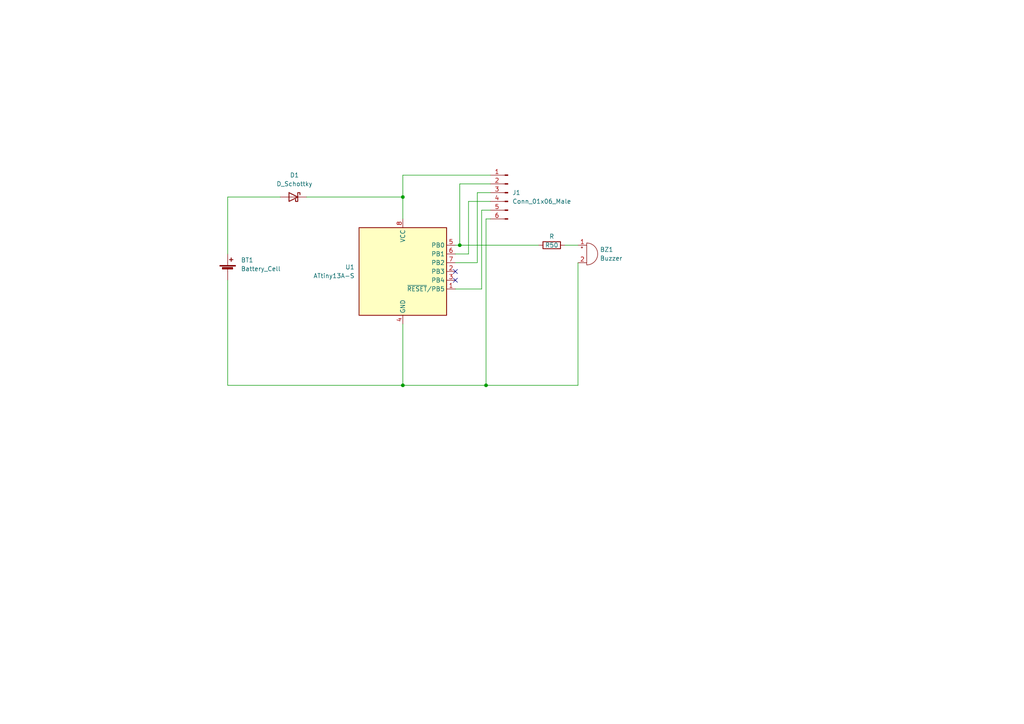
<source format=kicad_sch>
(kicad_sch (version 20211123) (generator eeschema)

  (uuid da173822-6058-402c-898d-f9d03093f09d)

  (paper "A4")

  (lib_symbols
    (symbol "Connector:Conn_01x06_Male" (pin_names (offset 1.016) hide) (in_bom yes) (on_board yes)
      (property "Reference" "J" (id 0) (at 0 7.62 0)
        (effects (font (size 1.27 1.27)))
      )
      (property "Value" "Conn_01x06_Male" (id 1) (at 0 -10.16 0)
        (effects (font (size 1.27 1.27)))
      )
      (property "Footprint" "" (id 2) (at 0 0 0)
        (effects (font (size 1.27 1.27)) hide)
      )
      (property "Datasheet" "~" (id 3) (at 0 0 0)
        (effects (font (size 1.27 1.27)) hide)
      )
      (property "ki_keywords" "connector" (id 4) (at 0 0 0)
        (effects (font (size 1.27 1.27)) hide)
      )
      (property "ki_description" "Generic connector, single row, 01x06, script generated (kicad-library-utils/schlib/autogen/connector/)" (id 5) (at 0 0 0)
        (effects (font (size 1.27 1.27)) hide)
      )
      (property "ki_fp_filters" "Connector*:*_1x??_*" (id 6) (at 0 0 0)
        (effects (font (size 1.27 1.27)) hide)
      )
      (symbol "Conn_01x06_Male_1_1"
        (polyline
          (pts
            (xy 1.27 -7.62)
            (xy 0.8636 -7.62)
          )
          (stroke (width 0.1524) (type default) (color 0 0 0 0))
          (fill (type none))
        )
        (polyline
          (pts
            (xy 1.27 -5.08)
            (xy 0.8636 -5.08)
          )
          (stroke (width 0.1524) (type default) (color 0 0 0 0))
          (fill (type none))
        )
        (polyline
          (pts
            (xy 1.27 -2.54)
            (xy 0.8636 -2.54)
          )
          (stroke (width 0.1524) (type default) (color 0 0 0 0))
          (fill (type none))
        )
        (polyline
          (pts
            (xy 1.27 0)
            (xy 0.8636 0)
          )
          (stroke (width 0.1524) (type default) (color 0 0 0 0))
          (fill (type none))
        )
        (polyline
          (pts
            (xy 1.27 2.54)
            (xy 0.8636 2.54)
          )
          (stroke (width 0.1524) (type default) (color 0 0 0 0))
          (fill (type none))
        )
        (polyline
          (pts
            (xy 1.27 5.08)
            (xy 0.8636 5.08)
          )
          (stroke (width 0.1524) (type default) (color 0 0 0 0))
          (fill (type none))
        )
        (rectangle (start 0.8636 -7.493) (end 0 -7.747)
          (stroke (width 0.1524) (type default) (color 0 0 0 0))
          (fill (type outline))
        )
        (rectangle (start 0.8636 -4.953) (end 0 -5.207)
          (stroke (width 0.1524) (type default) (color 0 0 0 0))
          (fill (type outline))
        )
        (rectangle (start 0.8636 -2.413) (end 0 -2.667)
          (stroke (width 0.1524) (type default) (color 0 0 0 0))
          (fill (type outline))
        )
        (rectangle (start 0.8636 0.127) (end 0 -0.127)
          (stroke (width 0.1524) (type default) (color 0 0 0 0))
          (fill (type outline))
        )
        (rectangle (start 0.8636 2.667) (end 0 2.413)
          (stroke (width 0.1524) (type default) (color 0 0 0 0))
          (fill (type outline))
        )
        (rectangle (start 0.8636 5.207) (end 0 4.953)
          (stroke (width 0.1524) (type default) (color 0 0 0 0))
          (fill (type outline))
        )
        (pin passive line (at 5.08 5.08 180) (length 3.81)
          (name "Pin_1" (effects (font (size 1.27 1.27))))
          (number "1" (effects (font (size 1.27 1.27))))
        )
        (pin passive line (at 5.08 2.54 180) (length 3.81)
          (name "Pin_2" (effects (font (size 1.27 1.27))))
          (number "2" (effects (font (size 1.27 1.27))))
        )
        (pin passive line (at 5.08 0 180) (length 3.81)
          (name "Pin_3" (effects (font (size 1.27 1.27))))
          (number "3" (effects (font (size 1.27 1.27))))
        )
        (pin passive line (at 5.08 -2.54 180) (length 3.81)
          (name "Pin_4" (effects (font (size 1.27 1.27))))
          (number "4" (effects (font (size 1.27 1.27))))
        )
        (pin passive line (at 5.08 -5.08 180) (length 3.81)
          (name "Pin_5" (effects (font (size 1.27 1.27))))
          (number "5" (effects (font (size 1.27 1.27))))
        )
        (pin passive line (at 5.08 -7.62 180) (length 3.81)
          (name "Pin_6" (effects (font (size 1.27 1.27))))
          (number "6" (effects (font (size 1.27 1.27))))
        )
      )
    )
    (symbol "Device:Battery_Cell" (pin_numbers hide) (pin_names (offset 0) hide) (in_bom yes) (on_board yes)
      (property "Reference" "BT" (id 0) (at 2.54 2.54 0)
        (effects (font (size 1.27 1.27)) (justify left))
      )
      (property "Value" "Battery_Cell" (id 1) (at 2.54 0 0)
        (effects (font (size 1.27 1.27)) (justify left))
      )
      (property "Footprint" "" (id 2) (at 0 1.524 90)
        (effects (font (size 1.27 1.27)) hide)
      )
      (property "Datasheet" "~" (id 3) (at 0 1.524 90)
        (effects (font (size 1.27 1.27)) hide)
      )
      (property "ki_keywords" "battery cell" (id 4) (at 0 0 0)
        (effects (font (size 1.27 1.27)) hide)
      )
      (property "ki_description" "Single-cell battery" (id 5) (at 0 0 0)
        (effects (font (size 1.27 1.27)) hide)
      )
      (symbol "Battery_Cell_0_1"
        (rectangle (start -2.286 1.778) (end 2.286 1.524)
          (stroke (width 0) (type default) (color 0 0 0 0))
          (fill (type outline))
        )
        (rectangle (start -1.5748 1.1938) (end 1.4732 0.6858)
          (stroke (width 0) (type default) (color 0 0 0 0))
          (fill (type outline))
        )
        (polyline
          (pts
            (xy 0 0.762)
            (xy 0 0)
          )
          (stroke (width 0) (type default) (color 0 0 0 0))
          (fill (type none))
        )
        (polyline
          (pts
            (xy 0 1.778)
            (xy 0 2.54)
          )
          (stroke (width 0) (type default) (color 0 0 0 0))
          (fill (type none))
        )
        (polyline
          (pts
            (xy 0.508 3.429)
            (xy 1.524 3.429)
          )
          (stroke (width 0.254) (type default) (color 0 0 0 0))
          (fill (type none))
        )
        (polyline
          (pts
            (xy 1.016 3.937)
            (xy 1.016 2.921)
          )
          (stroke (width 0.254) (type default) (color 0 0 0 0))
          (fill (type none))
        )
      )
      (symbol "Battery_Cell_1_1"
        (pin passive line (at 0 5.08 270) (length 2.54)
          (name "+" (effects (font (size 1.27 1.27))))
          (number "1" (effects (font (size 1.27 1.27))))
        )
        (pin passive line (at 0 -2.54 90) (length 2.54)
          (name "-" (effects (font (size 1.27 1.27))))
          (number "2" (effects (font (size 1.27 1.27))))
        )
      )
    )
    (symbol "Device:Buzzer" (pin_names (offset 0.0254) hide) (in_bom yes) (on_board yes)
      (property "Reference" "BZ" (id 0) (at 3.81 1.27 0)
        (effects (font (size 1.27 1.27)) (justify left))
      )
      (property "Value" "Buzzer" (id 1) (at 3.81 -1.27 0)
        (effects (font (size 1.27 1.27)) (justify left))
      )
      (property "Footprint" "" (id 2) (at -0.635 2.54 90)
        (effects (font (size 1.27 1.27)) hide)
      )
      (property "Datasheet" "~" (id 3) (at -0.635 2.54 90)
        (effects (font (size 1.27 1.27)) hide)
      )
      (property "ki_keywords" "quartz resonator ceramic" (id 4) (at 0 0 0)
        (effects (font (size 1.27 1.27)) hide)
      )
      (property "ki_description" "Buzzer, polarized" (id 5) (at 0 0 0)
        (effects (font (size 1.27 1.27)) hide)
      )
      (property "ki_fp_filters" "*Buzzer*" (id 6) (at 0 0 0)
        (effects (font (size 1.27 1.27)) hide)
      )
      (symbol "Buzzer_0_1"
        (arc (start 0 -3.175) (mid 3.175 0) (end 0 3.175)
          (stroke (width 0) (type default) (color 0 0 0 0))
          (fill (type none))
        )
        (polyline
          (pts
            (xy -1.651 1.905)
            (xy -1.143 1.905)
          )
          (stroke (width 0) (type default) (color 0 0 0 0))
          (fill (type none))
        )
        (polyline
          (pts
            (xy -1.397 2.159)
            (xy -1.397 1.651)
          )
          (stroke (width 0) (type default) (color 0 0 0 0))
          (fill (type none))
        )
        (polyline
          (pts
            (xy 0 3.175)
            (xy 0 -3.175)
          )
          (stroke (width 0) (type default) (color 0 0 0 0))
          (fill (type none))
        )
      )
      (symbol "Buzzer_1_1"
        (pin passive line (at -2.54 2.54 0) (length 2.54)
          (name "-" (effects (font (size 1.27 1.27))))
          (number "1" (effects (font (size 1.27 1.27))))
        )
        (pin passive line (at -2.54 -2.54 0) (length 2.54)
          (name "+" (effects (font (size 1.27 1.27))))
          (number "2" (effects (font (size 1.27 1.27))))
        )
      )
    )
    (symbol "Device:D_Schottky" (pin_numbers hide) (pin_names (offset 1.016) hide) (in_bom yes) (on_board yes)
      (property "Reference" "D" (id 0) (at 0 2.54 0)
        (effects (font (size 1.27 1.27)))
      )
      (property "Value" "D_Schottky" (id 1) (at 0 -2.54 0)
        (effects (font (size 1.27 1.27)))
      )
      (property "Footprint" "" (id 2) (at 0 0 0)
        (effects (font (size 1.27 1.27)) hide)
      )
      (property "Datasheet" "~" (id 3) (at 0 0 0)
        (effects (font (size 1.27 1.27)) hide)
      )
      (property "ki_keywords" "diode Schottky" (id 4) (at 0 0 0)
        (effects (font (size 1.27 1.27)) hide)
      )
      (property "ki_description" "Schottky diode" (id 5) (at 0 0 0)
        (effects (font (size 1.27 1.27)) hide)
      )
      (property "ki_fp_filters" "TO-???* *_Diode_* *SingleDiode* D_*" (id 6) (at 0 0 0)
        (effects (font (size 1.27 1.27)) hide)
      )
      (symbol "D_Schottky_0_1"
        (polyline
          (pts
            (xy 1.27 0)
            (xy -1.27 0)
          )
          (stroke (width 0) (type default) (color 0 0 0 0))
          (fill (type none))
        )
        (polyline
          (pts
            (xy 1.27 1.27)
            (xy 1.27 -1.27)
            (xy -1.27 0)
            (xy 1.27 1.27)
          )
          (stroke (width 0.254) (type default) (color 0 0 0 0))
          (fill (type none))
        )
        (polyline
          (pts
            (xy -1.905 0.635)
            (xy -1.905 1.27)
            (xy -1.27 1.27)
            (xy -1.27 -1.27)
            (xy -0.635 -1.27)
            (xy -0.635 -0.635)
          )
          (stroke (width 0.254) (type default) (color 0 0 0 0))
          (fill (type none))
        )
      )
      (symbol "D_Schottky_1_1"
        (pin passive line (at -3.81 0 0) (length 2.54)
          (name "K" (effects (font (size 1.27 1.27))))
          (number "1" (effects (font (size 1.27 1.27))))
        )
        (pin passive line (at 3.81 0 180) (length 2.54)
          (name "A" (effects (font (size 1.27 1.27))))
          (number "2" (effects (font (size 1.27 1.27))))
        )
      )
    )
    (symbol "Device:R" (pin_numbers hide) (pin_names (offset 0)) (in_bom yes) (on_board yes)
      (property "Reference" "R" (id 0) (at 2.032 0 90)
        (effects (font (size 1.27 1.27)))
      )
      (property "Value" "R" (id 1) (at 0 0 90)
        (effects (font (size 1.27 1.27)))
      )
      (property "Footprint" "" (id 2) (at -1.778 0 90)
        (effects (font (size 1.27 1.27)) hide)
      )
      (property "Datasheet" "~" (id 3) (at 0 0 0)
        (effects (font (size 1.27 1.27)) hide)
      )
      (property "ki_keywords" "R res resistor" (id 4) (at 0 0 0)
        (effects (font (size 1.27 1.27)) hide)
      )
      (property "ki_description" "Resistor" (id 5) (at 0 0 0)
        (effects (font (size 1.27 1.27)) hide)
      )
      (property "ki_fp_filters" "R_*" (id 6) (at 0 0 0)
        (effects (font (size 1.27 1.27)) hide)
      )
      (symbol "R_0_1"
        (rectangle (start -1.016 -2.54) (end 1.016 2.54)
          (stroke (width 0.254) (type default) (color 0 0 0 0))
          (fill (type none))
        )
      )
      (symbol "R_1_1"
        (pin passive line (at 0 3.81 270) (length 1.27)
          (name "~" (effects (font (size 1.27 1.27))))
          (number "1" (effects (font (size 1.27 1.27))))
        )
        (pin passive line (at 0 -3.81 90) (length 1.27)
          (name "~" (effects (font (size 1.27 1.27))))
          (number "2" (effects (font (size 1.27 1.27))))
        )
      )
    )
    (symbol "MCU_Microchip_ATtiny:ATtiny13A-S" (in_bom yes) (on_board yes)
      (property "Reference" "U" (id 0) (at -12.7 13.97 0)
        (effects (font (size 1.27 1.27)) (justify left bottom))
      )
      (property "Value" "ATtiny13A-S" (id 1) (at 2.54 -13.97 0)
        (effects (font (size 1.27 1.27)) (justify left top))
      )
      (property "Footprint" "Package_SO:SOIC-8W_5.3x5.3mm_P1.27mm" (id 2) (at 0 0 0)
        (effects (font (size 1.27 1.27) italic) hide)
      )
      (property "Datasheet" "http://ww1.microchip.com/downloads/en/DeviceDoc/doc8126.pdf" (id 3) (at 0 0 0)
        (effects (font (size 1.27 1.27)) hide)
      )
      (property "ki_keywords" "AVR 8bit Microcontroller tinyAVR" (id 4) (at 0 0 0)
        (effects (font (size 1.27 1.27)) hide)
      )
      (property "ki_description" "20MHz, 1kB Flash, 64B SRAM, 64B EEPROM, debugWIRE, SOIC-8W" (id 5) (at 0 0 0)
        (effects (font (size 1.27 1.27)) hide)
      )
      (property "ki_fp_filters" "SOIC*5.3x5.3mm*P1.27mm*" (id 6) (at 0 0 0)
        (effects (font (size 1.27 1.27)) hide)
      )
      (symbol "ATtiny13A-S_0_1"
        (rectangle (start -12.7 -12.7) (end 12.7 12.7)
          (stroke (width 0.254) (type default) (color 0 0 0 0))
          (fill (type background))
        )
      )
      (symbol "ATtiny13A-S_1_1"
        (pin bidirectional line (at 15.24 -5.08 180) (length 2.54)
          (name "~{RESET}/PB5" (effects (font (size 1.27 1.27))))
          (number "1" (effects (font (size 1.27 1.27))))
        )
        (pin bidirectional line (at 15.24 0 180) (length 2.54)
          (name "PB3" (effects (font (size 1.27 1.27))))
          (number "2" (effects (font (size 1.27 1.27))))
        )
        (pin bidirectional line (at 15.24 -2.54 180) (length 2.54)
          (name "PB4" (effects (font (size 1.27 1.27))))
          (number "3" (effects (font (size 1.27 1.27))))
        )
        (pin power_in line (at 0 -15.24 90) (length 2.54)
          (name "GND" (effects (font (size 1.27 1.27))))
          (number "4" (effects (font (size 1.27 1.27))))
        )
        (pin bidirectional line (at 15.24 7.62 180) (length 2.54)
          (name "PB0" (effects (font (size 1.27 1.27))))
          (number "5" (effects (font (size 1.27 1.27))))
        )
        (pin bidirectional line (at 15.24 5.08 180) (length 2.54)
          (name "PB1" (effects (font (size 1.27 1.27))))
          (number "6" (effects (font (size 1.27 1.27))))
        )
        (pin bidirectional line (at 15.24 2.54 180) (length 2.54)
          (name "PB2" (effects (font (size 1.27 1.27))))
          (number "7" (effects (font (size 1.27 1.27))))
        )
        (pin power_in line (at 0 15.24 270) (length 2.54)
          (name "VCC" (effects (font (size 1.27 1.27))))
          (number "8" (effects (font (size 1.27 1.27))))
        )
      )
    )
  )


  (junction (at 116.84 111.76) (diameter 0) (color 0 0 0 0)
    (uuid 5dd167f6-bf2a-48db-a24a-14318bb5a6ba)
  )
  (junction (at 140.97 111.76) (diameter 0) (color 0 0 0 0)
    (uuid 761ab925-580f-4673-b7b8-80aed432abc6)
  )
  (junction (at 133.35 71.12) (diameter 0) (color 0 0 0 0)
    (uuid 98da1a41-0d62-49ef-989e-14ef2c331818)
  )
  (junction (at 116.84 57.15) (diameter 0) (color 0 0 0 0)
    (uuid c5fe55ac-392a-4596-8c0c-62d86b25003d)
  )

  (no_connect (at 132.08 81.28) (uuid 118b2ea1-3024-4852-a4df-713de0b05a23))
  (no_connect (at 132.08 78.74) (uuid 118b2ea1-3024-4852-a4df-713de0b05a23))

  (wire (pts (xy 116.84 93.98) (xy 116.84 111.76))
    (stroke (width 0) (type default) (color 0 0 0 0))
    (uuid 1a094e8e-c87f-414a-8c48-17ffb15ccb3f)
  )
  (wire (pts (xy 88.9 57.15) (xy 116.84 57.15))
    (stroke (width 0) (type default) (color 0 0 0 0))
    (uuid 23d8914f-e706-4bde-a23d-1ec70bad7733)
  )
  (wire (pts (xy 142.24 50.8) (xy 116.84 50.8))
    (stroke (width 0) (type default) (color 0 0 0 0))
    (uuid 3875be4f-27bc-4cef-9f65-394f602b38c6)
  )
  (wire (pts (xy 167.64 111.76) (xy 167.64 76.2))
    (stroke (width 0) (type default) (color 0 0 0 0))
    (uuid 41fc6589-d105-496e-8625-fbe4b4938ee5)
  )
  (wire (pts (xy 132.08 83.82) (xy 139.7 83.82))
    (stroke (width 0) (type default) (color 0 0 0 0))
    (uuid 494cd228-b218-4652-bb8a-f9febed8533f)
  )
  (wire (pts (xy 116.84 111.76) (xy 140.97 111.76))
    (stroke (width 0) (type default) (color 0 0 0 0))
    (uuid 4a1b0bc5-5add-4f35-a3b3-d7e1d81c8f40)
  )
  (wire (pts (xy 140.97 63.5) (xy 140.97 111.76))
    (stroke (width 0) (type default) (color 0 0 0 0))
    (uuid 4ac242d4-bd34-4466-8b5b-6213b2115c78)
  )
  (wire (pts (xy 66.04 111.76) (xy 116.84 111.76))
    (stroke (width 0) (type default) (color 0 0 0 0))
    (uuid 55e9d395-c0f2-4132-b1b1-285e5e9ed271)
  )
  (wire (pts (xy 138.43 55.88) (xy 142.24 55.88))
    (stroke (width 0) (type default) (color 0 0 0 0))
    (uuid 72d7817f-393a-4647-9c13-316be54c213f)
  )
  (wire (pts (xy 138.43 76.2) (xy 138.43 55.88))
    (stroke (width 0) (type default) (color 0 0 0 0))
    (uuid 78301d46-f6ea-46ef-8cb8-301162dfb034)
  )
  (wire (pts (xy 66.04 73.66) (xy 66.04 57.15))
    (stroke (width 0) (type default) (color 0 0 0 0))
    (uuid 86abac9e-0315-49a1-b871-92e8dbab7e80)
  )
  (wire (pts (xy 66.04 57.15) (xy 81.28 57.15))
    (stroke (width 0) (type default) (color 0 0 0 0))
    (uuid 8b10c937-54fb-456a-b317-6db3a28be683)
  )
  (wire (pts (xy 142.24 53.34) (xy 133.35 53.34))
    (stroke (width 0) (type default) (color 0 0 0 0))
    (uuid 8d624822-3e6e-40e9-bed8-68aa4b02fbd4)
  )
  (wire (pts (xy 66.04 81.28) (xy 66.04 111.76))
    (stroke (width 0) (type default) (color 0 0 0 0))
    (uuid 90f5cf46-faa5-40c5-aa4d-ae6f57227f29)
  )
  (wire (pts (xy 140.97 111.76) (xy 167.64 111.76))
    (stroke (width 0) (type default) (color 0 0 0 0))
    (uuid a9b09591-4321-4ad3-9dbb-102f0272393d)
  )
  (wire (pts (xy 133.35 71.12) (xy 156.21 71.12))
    (stroke (width 0) (type default) (color 0 0 0 0))
    (uuid aaadbbc2-560f-4c27-8c39-f63b47f74cea)
  )
  (wire (pts (xy 135.89 58.42) (xy 135.89 73.66))
    (stroke (width 0) (type default) (color 0 0 0 0))
    (uuid af9c2350-db4e-40ce-807e-e27a4c055543)
  )
  (wire (pts (xy 142.24 58.42) (xy 135.89 58.42))
    (stroke (width 0) (type default) (color 0 0 0 0))
    (uuid b2d6ef46-8b32-41fd-96a3-ca5d5e437863)
  )
  (wire (pts (xy 116.84 50.8) (xy 116.84 57.15))
    (stroke (width 0) (type default) (color 0 0 0 0))
    (uuid b98957f3-9b0b-4f16-9825-d2e92d4d95f2)
  )
  (wire (pts (xy 139.7 60.96) (xy 139.7 83.82))
    (stroke (width 0) (type default) (color 0 0 0 0))
    (uuid c6d2c04e-e6ef-4c73-8c48-c3bee86aa960)
  )
  (wire (pts (xy 132.08 73.66) (xy 135.89 73.66))
    (stroke (width 0) (type default) (color 0 0 0 0))
    (uuid ce713c66-833e-4f41-833d-2d016f9992ab)
  )
  (wire (pts (xy 142.24 60.96) (xy 139.7 60.96))
    (stroke (width 0) (type default) (color 0 0 0 0))
    (uuid d201a054-edfd-47ef-b0a3-f0c3cb498b01)
  )
  (wire (pts (xy 142.24 63.5) (xy 140.97 63.5))
    (stroke (width 0) (type default) (color 0 0 0 0))
    (uuid dbdd4a24-2750-4682-b525-a9c2fa041236)
  )
  (wire (pts (xy 133.35 53.34) (xy 133.35 71.12))
    (stroke (width 0) (type default) (color 0 0 0 0))
    (uuid e423315b-e10a-4d64-9ef0-ccba981d3cdd)
  )
  (wire (pts (xy 116.84 57.15) (xy 116.84 63.5))
    (stroke (width 0) (type default) (color 0 0 0 0))
    (uuid eb3d4eea-7cab-4309-aa7c-a54f34fa7d0a)
  )
  (wire (pts (xy 163.83 71.12) (xy 167.64 71.12))
    (stroke (width 0) (type default) (color 0 0 0 0))
    (uuid ede58e2b-4a98-4562-8367-c20cc5b855e8)
  )
  (wire (pts (xy 132.08 71.12) (xy 133.35 71.12))
    (stroke (width 0) (type default) (color 0 0 0 0))
    (uuid effa8a0b-a657-4034-abb5-32166d72c162)
  )
  (wire (pts (xy 138.43 76.2) (xy 132.08 76.2))
    (stroke (width 0) (type default) (color 0 0 0 0))
    (uuid f32f3bff-9c05-4569-bcc9-8c689d5cacc1)
  )

  (symbol (lib_id "Device:Battery_Cell") (at 66.04 78.74 0) (unit 1)
    (in_bom yes) (on_board yes) (fields_autoplaced)
    (uuid 16091985-67be-4573-b4d7-7e35c1505d70)
    (property "Reference" "BT1" (id 0) (at 69.85 75.4379 0)
      (effects (font (size 1.27 1.27)) (justify left))
    )
    (property "Value" "Battery_Cell" (id 1) (at 69.85 77.9779 0)
      (effects (font (size 1.27 1.27)) (justify left))
    )
    (property "Footprint" "Library:BatteryHolder_Keystone_103_1x20mm" (id 2) (at 66.04 77.216 90)
      (effects (font (size 1.27 1.27)) hide)
    )
    (property "Datasheet" "~" (id 3) (at 66.04 77.216 90)
      (effects (font (size 1.27 1.27)) hide)
    )
    (pin "1" (uuid 37ab2e33-8d77-4720-af82-1e36ea301e4c))
    (pin "2" (uuid e05978ab-927e-49dd-b011-b96c578713af))
  )

  (symbol (lib_id "MCU_Microchip_ATtiny:ATtiny13A-S") (at 116.84 78.74 0) (unit 1)
    (in_bom yes) (on_board yes) (fields_autoplaced)
    (uuid 1657004e-3e3e-49fb-8981-aed38f47dc7d)
    (property "Reference" "U1" (id 0) (at 102.87 77.4699 0)
      (effects (font (size 1.27 1.27)) (justify right))
    )
    (property "Value" "ATtiny13A-S" (id 1) (at 102.87 80.0099 0)
      (effects (font (size 1.27 1.27)) (justify right))
    )
    (property "Footprint" "Package_SO:SOIC-8W_5.3x5.3mm_P1.27mm" (id 2) (at 116.84 78.74 0)
      (effects (font (size 1.27 1.27) italic) hide)
    )
    (property "Datasheet" "http://ww1.microchip.com/downloads/en/DeviceDoc/doc8126.pdf" (id 3) (at 116.84 78.74 0)
      (effects (font (size 1.27 1.27)) hide)
    )
    (pin "1" (uuid 7de3369a-2784-4cfa-810a-f99385924681))
    (pin "2" (uuid 50e9fae1-b3a9-4743-be19-e4c8328b70da))
    (pin "3" (uuid 26b9ad6d-75bc-4980-88aa-1c847b3d365c))
    (pin "4" (uuid dbf5a87e-144a-4206-aa29-427b60910ef4))
    (pin "5" (uuid 1c7d127d-019b-406e-861b-ec3721524521))
    (pin "6" (uuid 306baba4-6101-48dc-b987-022672c3b0da))
    (pin "7" (uuid 89f8f578-c96a-4a85-b8f4-bded41423bd8))
    (pin "8" (uuid 892e0780-639d-4058-9c5c-c3ea88419342))
  )

  (symbol (lib_id "Connector:Conn_01x06_Male") (at 147.32 55.88 0) (mirror y) (unit 1)
    (in_bom yes) (on_board yes) (fields_autoplaced)
    (uuid 6866bb76-4026-418b-aca3-417fe0ea081d)
    (property "Reference" "J1" (id 0) (at 148.59 55.8799 0)
      (effects (font (size 1.27 1.27)) (justify right))
    )
    (property "Value" "Conn_01x06_Male" (id 1) (at 148.59 58.4199 0)
      (effects (font (size 1.27 1.27)) (justify right))
    )
    (property "Footprint" "Connector_PinHeader_2.54mm:PinHeader_1x06_P2.54mm_Vertical" (id 2) (at 147.32 55.88 0)
      (effects (font (size 1.27 1.27)) hide)
    )
    (property "Datasheet" "~" (id 3) (at 147.32 55.88 0)
      (effects (font (size 1.27 1.27)) hide)
    )
    (pin "1" (uuid 7e5629be-5830-43a3-a048-e4228f3d852a))
    (pin "2" (uuid 24f7d8f9-1e2f-491b-a3b1-6919127263bb))
    (pin "3" (uuid b013fb59-205a-42c4-86c8-01a2debc5f25))
    (pin "4" (uuid f87543f4-72fb-4c0e-ad7f-0b97ca379214))
    (pin "5" (uuid 8faeeca5-f167-40f5-b95f-092a36868754))
    (pin "6" (uuid 12398af8-52a7-480d-aa79-6d4653546e17))
  )

  (symbol (lib_id "Device:Buzzer") (at 170.18 73.66 0) (unit 1)
    (in_bom yes) (on_board yes) (fields_autoplaced)
    (uuid 8f2bf41d-9d7d-4dbe-ab60-1f0946bee363)
    (property "Reference" "BZ1" (id 0) (at 173.99 72.3899 0)
      (effects (font (size 1.27 1.27)) (justify left))
    )
    (property "Value" "Buzzer" (id 1) (at 173.99 74.9299 0)
      (effects (font (size 1.27 1.27)) (justify left))
    )
    (property "Footprint" "Library:HPM14A" (id 2) (at 169.545 71.12 90)
      (effects (font (size 1.27 1.27)) hide)
    )
    (property "Datasheet" "~" (id 3) (at 169.545 71.12 90)
      (effects (font (size 1.27 1.27)) hide)
    )
    (pin "1" (uuid 09b27124-6943-4f2a-98a3-6f922e9ef46f))
    (pin "2" (uuid 19e2eae7-13ee-4a44-9c5f-80fb469c6d35))
  )

  (symbol (lib_id "Device:R") (at 160.02 71.12 90) (unit 1)
    (in_bom yes) (on_board yes)
    (uuid c20c8240-f20f-4af4-b7b3-c3396cd7849f)
    (property "Reference" "R50" (id 0) (at 160.02 71.12 90))
    (property "Value" "R" (id 1) (at 160.02 68.58 90))
    (property "Footprint" "Resistor_SMD:R_0805_2012Metric_Pad1.20x1.40mm_HandSolder" (id 2) (at 160.02 72.898 90)
      (effects (font (size 1.27 1.27)) hide)
    )
    (property "Datasheet" "~" (id 3) (at 160.02 71.12 0)
      (effects (font (size 1.27 1.27)) hide)
    )
    (pin "1" (uuid ff5d1a41-d9af-4641-a265-64f65c9675e8))
    (pin "2" (uuid 5833b7cf-1698-45cd-9e26-1f4d9bca7c8f))
  )

  (symbol (lib_id "Device:D_Schottky") (at 85.09 57.15 0) (mirror y) (unit 1)
    (in_bom yes) (on_board yes) (fields_autoplaced)
    (uuid f6ab2ba6-1113-4c72-9dc5-1b013e3aed70)
    (property "Reference" "D1" (id 0) (at 85.4075 50.8 0))
    (property "Value" "D_Schottky" (id 1) (at 85.4075 53.34 0))
    (property "Footprint" "Diode_THT:D_5W_P10.16mm_Horizontal" (id 2) (at 85.09 57.15 0)
      (effects (font (size 1.27 1.27)) hide)
    )
    (property "Datasheet" "~" (id 3) (at 85.09 57.15 0)
      (effects (font (size 1.27 1.27)) hide)
    )
    (pin "1" (uuid 7e2ab033-9dbf-461a-b77a-cdae5c483fe1))
    (pin "2" (uuid fdaee110-f704-4a69-8831-b0b44f74df02))
  )

  (sheet_instances
    (path "/" (page "1"))
  )

  (symbol_instances
    (path "/16091985-67be-4573-b4d7-7e35c1505d70"
      (reference "BT1") (unit 1) (value "Battery_Cell") (footprint "Library:BatteryHolder_Keystone_103_1x20mm")
    )
    (path "/8f2bf41d-9d7d-4dbe-ab60-1f0946bee363"
      (reference "BZ1") (unit 1) (value "Buzzer") (footprint "Library:HPM14A")
    )
    (path "/f6ab2ba6-1113-4c72-9dc5-1b013e3aed70"
      (reference "D1") (unit 1) (value "D_Schottky") (footprint "Diode_THT:D_5W_P10.16mm_Horizontal")
    )
    (path "/6866bb76-4026-418b-aca3-417fe0ea081d"
      (reference "J1") (unit 1) (value "Conn_01x06_Male") (footprint "Connector_PinHeader_2.54mm:PinHeader_1x06_P2.54mm_Vertical")
    )
    (path "/c20c8240-f20f-4af4-b7b3-c3396cd7849f"
      (reference "R50") (unit 1) (value "R") (footprint "Resistor_SMD:R_0805_2012Metric_Pad1.20x1.40mm_HandSolder")
    )
    (path "/1657004e-3e3e-49fb-8981-aed38f47dc7d"
      (reference "U1") (unit 1) (value "ATtiny13A-S") (footprint "Package_SO:SOIC-8W_5.3x5.3mm_P1.27mm")
    )
  )
)

</source>
